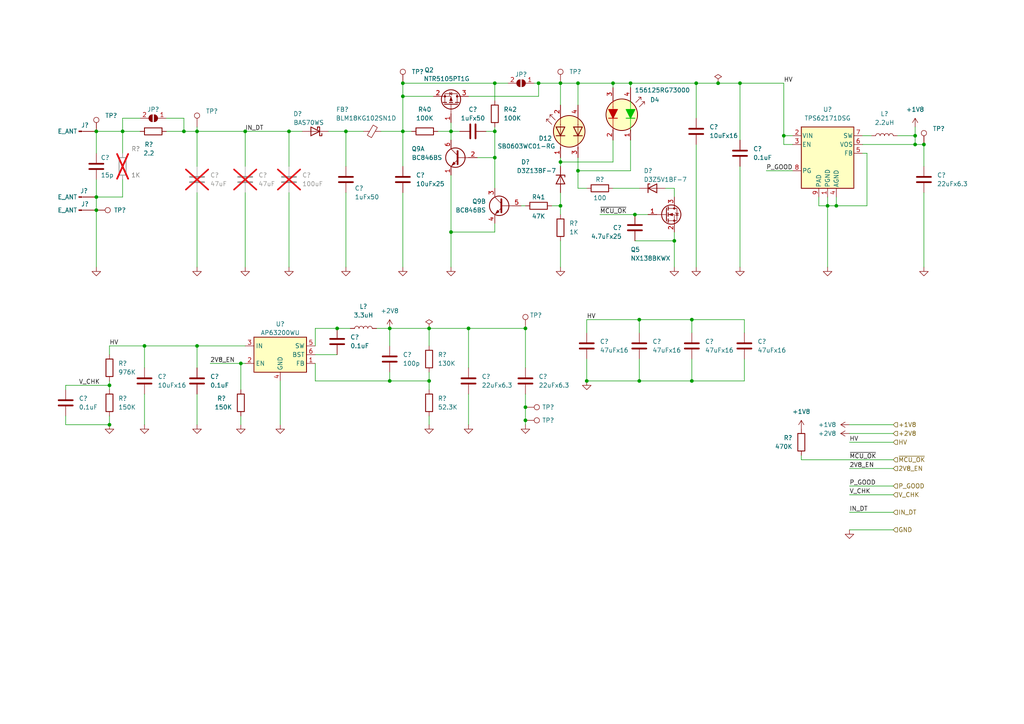
<source format=kicad_sch>
(kicad_sch (version 20231120) (generator "eeschema") (generator_version "8.0")
  (paper "A4")
  (lib_symbols
    (symbol "Connector:Conn_01x01_Male" (pin_numbers hide) (pin_names (offset 1.016) hide)
      (property "Reference" "J" (at 0 2.54 0))
      (property "Value" "Conn_01x01_Male" (at 0 -2.54 0))
      (symbol "Conn_01x01_Male_1_1"
        (pin passive line (at 5.08 0 180) (length 3.81) (name "Pin_1") (number "1"))
      )
    )
    (symbol "Connector:TestPoint" (pin_numbers hide) (pin_names (offset 0.762) hide)
      (property "Reference" "TP" (at 0 6.858 0))
      (property "Value" "TestPoint" (at 0 5.08 0))
      (symbol "TestPoint_1_1"
        (pin passive line (at 0 0 90) (length 2.54) (name "1") (number "1"))
      )
    )
    (symbol "Device:C" (pin_numbers hide) (pin_names (offset 0.254))
      (property "Reference" "C" (at 0.635 2.54 0))
      (property "Value" "C" (at 0.635 -2.54 0))
      (symbol "C_1_1"
        (pin passive line (at 0 3.81 270) (length 2.794) (name "~") (number "1"))
        (pin passive line (at 0 -3.81 90) (length 2.794) (name "~") (number "2"))
      )
    )
    (symbol "Device:D_Schottky" (pin_numbers hide) (pin_names (offset 1.016) hide)
      (property "Reference" "D" (at 0 2.54 0))
      (property "Value" "D_Schottky" (at 0 -2.54 0))
      (symbol "D_Schottky_1_1"
        (pin passive line (at -3.81 0 0) (length 2.54) (name "K") (number "1"))
        (pin passive line (at 3.81 0 180) (length 2.54) (name "A") (number "2"))
      )
    )
    (symbol "Device:D_Zener" (pin_numbers hide) (pin_names (offset 1.016) hide)
      (property "Reference" "D" (at 0 2.54 0))
      (property "Value" "D_Zener" (at 0 -2.54 0))
      (symbol "D_Zener_1_1"
        (pin passive line (at -3.81 0 0) (length 2.54) (name "K") (number "1"))
        (pin passive line (at 3.81 0 180) (length 2.54) (name "A") (number "2"))
      )
    )
    (symbol "Device:FerriteBead_Small" (pin_numbers hide) (pin_names (offset 0))
      (property "Reference" "FB" (at 1.905 1.27 0))
      (property "Value" "FerriteBead_Small" (at 1.905 -1.27 0))
      (symbol "FerriteBead_Small_1_1"
        (pin passive line (at 0 2.54 270) (length 1.27) (name "~") (number "1"))
        (pin passive line (at 0 -2.54 90) (length 1.27) (name "~") (number "2"))
      )
    )
    (symbol "Device:L" (pin_numbers hide) (pin_names (offset 1.016) hide)
      (property "Reference" "L" (at -1.27 0 90))
      (property "Value" "L" (at 1.905 0 90))
      (symbol "L_1_1"
        (pin passive line (at 0 3.81 270) (length 1.27) (name "1") (number "1"))
        (pin passive line (at 0 -3.81 90) (length 1.27) (name "2") (number "2"))
      )
    )
    (symbol "Device:LED_Dual_KAKA" (pin_names (offset 0) hide)
      (property "Reference" "D" (at 0 5.715 0))
      (property "Value" "LED_Dual_KAKA" (at 0 -6.35 0))
      (symbol "LED_Dual_KAKA_1_1"
        (pin input line (at -7.62 2.54 0) (length 3.048) (name "A1") (number "1"))
        (pin input line (at 7.62 2.54 180) (length 3.81) (name "K1") (number "2"))
        (pin input line (at -7.62 -2.54 0) (length 3.048) (name "A2") (number "3"))
        (pin input line (at 7.62 -2.54 180) (length 3.81) (name "K2") (number "4"))
      )
    )
    (symbol "Device:Q_PMOS_GSD" (pin_names (offset 0) hide)
      (property "Reference" "Q" (at 5.08 1.27 0))
      (property "Value" "Q_PMOS_GSD" (at 5.08 -1.27 0))
      (symbol "Q_PMOS_GSD_1_1"
        (pin input line (at -5.08 0 0) (length 2.54) (name "G") (number "1"))
        (pin passive line (at 2.54 -5.08 90) (length 2.54) (name "S") (number "2"))
        (pin passive line (at 2.54 5.08 270) (length 2.54) (name "D") (number "3"))
      )
    )
    (symbol "Device:R" (pin_numbers hide) (pin_names (offset 0))
      (property "Reference" "R" (at 2.032 0 90))
      (property "Value" "R" (at 0 0 90))
      (symbol "R_1_1"
        (pin passive line (at 0 3.81 270) (length 1.27) (name "~") (number "1"))
        (pin passive line (at 0 -3.81 90) (length 1.27) (name "~") (number "2"))
      )
    )
    (symbol "Jumper:SolderJumper_2_Open" (pin_names (offset 0) hide)
      (property "Reference" "JP" (at 0 2.032 0))
      (property "Value" "SolderJumper_2_Open" (at 0 -2.54 0))
      (symbol "SolderJumper_2_Open_1_1"
        (pin passive line (at -3.81 0 0) (length 2.54) (name "A") (number "1"))
        (pin passive line (at 3.81 0 180) (length 2.54) (name "B") (number "2"))
      )
    )
    (symbol "LED_Dual_KAKA_1" (pin_names (offset 0) hide)
      (property "Reference" "D4" (at 5.08 -6.35 90))
      (property "Value" "156125RG73000" (at 2.54 -6.35 90))
      (symbol "LED_Dual_KAKA_1_1_1"
        (pin input line (at -7.62 2.54 0) (length 3.048) (name "K1") (number "1"))
        (pin input line (at -7.62 -2.54 0) (length 3.048) (name "K2") (number "2"))
        (pin input line (at 7.62 -2.54 180) (length 3.81) (name "A2") (number "3"))
        (pin input line (at 7.62 2.54 180) (length 3.81) (name "A1") (number "4"))
      )
    )
    (symbol "Regulator_Switching:AP63201WU"
      (property "Reference" "U" (at -7.62 6.35 0))
      (property "Value" "AP63201WU" (at 2.54 6.35 0))
      (symbol "AP63201WU_1_1"
        (pin input line (at 10.16 -2.54 180) (length 2.54) (name "FB") (number "1"))
        (pin input line (at -10.16 -2.54 0) (length 2.54) (name "EN") (number "2"))
        (pin power_in line (at -10.16 2.54 0) (length 2.54) (name "IN") (number "3"))
        (pin power_in line (at 0 -7.62 90) (length 2.54) (name "GND") (number "4"))
        (pin output line (at 10.16 2.54 180) (length 2.54) (name "SW") (number "5"))
        (pin passive line (at 10.16 0 180) (length 2.54) (name "BST") (number "6"))
      )
    )
    (symbol "Regulator_Switching:TPS62171DSG" (pin_names (offset 0.254))
      (property "Reference" "U" (at -7.62 11.43 0))
      (property "Value" "TPS62171DSG" (at -1.27 11.43 0))
      (symbol "TPS62171DSG_1_1"
        (pin power_in line (at 0 -10.16 90) (length 2.54) (name "PGND") (number "1"))
        (pin power_in line (at -10.16 7.62 0) (length 2.54) (name "VIN") (number "2"))
        (pin input line (at -10.16 5.08 0) (length 2.54) (name "EN") (number "3"))
        (pin power_in line (at 2.54 -10.16 90) (length 2.54) (name "AGND") (number "4"))
        (pin input line (at 10.16 2.54 180) (length 2.54) (name "FB") (number "5"))
        (pin input line (at 10.16 5.08 180) (length 2.54) (name "VOS") (number "6"))
        (pin output line (at 10.16 7.62 180) (length 2.54) (name "SW") (number "7"))
        (pin open_collector line (at -10.16 -2.54 0) (length 2.54) (name "PG") (number "8"))
        (pin power_in line (at -2.54 -10.16 90) (length 2.54) (name "PAD") (number "9"))
      )
    )
    (symbol "Transistor_BJT:BC846BS" (pin_names (offset 0) hide)
      (property "Reference" "Q" (at 5.08 1.27 0))
      (property "Value" "BC846BS" (at 5.08 -1.27 0))
      (symbol "BC846BS_1_1"
        (pin passive line (at 2.54 -5.08 90) (length 2.54) (name "E1") (number "1"))
        (pin input line (at -5.08 0 0) (length 2.54) (name "B1") (number "2"))
        (pin passive line (at 2.54 5.08 270) (length 2.54) (name "C1") (number "6"))
      )
      (symbol "BC846BS_2_1"
        (pin passive line (at 2.54 5.08 270) (length 2.54) (name "C2") (number "3"))
        (pin passive line (at 2.54 -5.08 90) (length 2.54) (name "E2") (number "4"))
        (pin input line (at -5.08 0 0) (length 2.54) (name "B2") (number "5"))
      )
    )
    (symbol "Transistor_FET:2N7002" (pin_names hide)
      (property "Reference" "Q" (at 5.08 1.905 0))
      (property "Value" "2N7002" (at 5.08 0 0))
      (symbol "2N7002_1_1"
        (pin input line (at -5.08 0 0) (length 2.54) (name "G") (number "1"))
        (pin passive line (at 2.54 -5.08 90) (length 2.54) (name "S") (number "2"))
        (pin passive line (at 2.54 5.08 270) (length 2.54) (name "D") (number "3"))
      )
    )
    (symbol "power:+1V8" (power) (pin_names (offset 0))
      (property "Value" "+1V8" (at 0 3.556 0))
      (symbol "+1V8_1_1"
        (pin power_in line (at 0 0 90) (length 0) hide (name "+1V8") (number "1"))
      )
    )
    (symbol "power:+2V8" (power) (pin_names (offset 0))
      (property "Value" "+2V8" (at 0 3.556 0))
      (symbol "+2V8_1_1"
        (pin power_in line (at 0 0 90) (length 0) hide (name "+2V8") (number "1"))
      )
    )
    (symbol "power:GND" (power) (pin_names (offset 0))
      (property "Value" "GND" (at 0 -3.81 0))
      (symbol "GND_1_1"
        (pin power_in line (at 0 0 270) (length 0) hide (name "GND") (number "1"))
      )
    )
    (symbol "power:PWR_FLAG" (power) (pin_numbers hide) (pin_names (offset 0) hide)
      (property "Value" "PWR_FLAG" (at 0 3.81 0))
      (symbol "PWR_FLAG_0_0"
        (pin power_out line (at 0 0 90) (length 0) (name "pwr") (number "1"))
      )
    )
  )
  (junction (at 71.12 38.1))
  (junction (at 143.51 38.1))
  (junction (at 57.15 38.1))
  (junction (at 167.64 24.13))
  (junction (at 240.03 59.69))
  (junction (at 27.94 57.15))
  (junction (at 31.75 111.76))
  (junction (at 116.84 27.94))
  (junction (at 130.81 38.1))
  (junction (at 152.4 118.11))
  (junction (at 31.75 123.19))
  (junction (at 195.58 69.85))
  (junction (at 41.91 100.33))
  (junction (at 214.63 24.13))
  (junction (at 242.57 59.69))
  (junction (at 170.18 110.49))
  (junction (at 201.93 24.13))
  (junction (at 156.21 24.13))
  (junction (at 35.56 38.1))
  (junction (at 162.56 59.69))
  (junction (at 185.42 92.71))
  (junction (at 167.64 49.53))
  (junction (at 265.43 41.91))
  (junction (at 162.56 46.99))
  (junction (at 162.56 24.13))
  (junction (at 57.15 100.33))
  (junction (at 116.84 24.13))
  (junction (at 227.33 39.37))
  (junction (at 124.46 110.49))
  (junction (at 130.81 67.31))
  (junction (at 200.66 110.49))
  (junction (at 152.4 121.92))
  (junction (at 27.94 38.1))
  (junction (at 177.8 24.13))
  (junction (at 152.4 95.25))
  (junction (at 124.46 95.25))
  (junction (at 83.82 38.1))
  (junction (at 267.97 41.91))
  (junction (at 208.28 24.13))
  (junction (at 184.15 62.23))
  (junction (at 27.94 60.96))
  (junction (at 113.03 110.49))
  (junction (at 185.42 110.49))
  (junction (at 113.03 95.25))
  (junction (at 200.66 92.71))
  (junction (at 143.51 24.13))
  (junction (at 135.89 95.25))
  (junction (at 97.79 95.25))
  (junction (at 53.34 38.1))
  (junction (at 69.85 105.41))
  (junction (at 182.88 24.13))
  (junction (at 100.33 38.1))
  (junction (at 265.43 39.37))
  (junction (at 143.51 45.72))
  (junction (at 116.84 38.1))
  (wire (pts (xy 113.03 110.49) (xy 113.03 107.95)))
  (wire (pts (xy 41.91 114.3) (xy 41.91 123.19)))
  (wire (pts (xy 227.33 39.37) (xy 227.33 41.91)))
  (wire (pts (xy 200.66 104.14) (xy 200.66 110.49)))
  (wire (pts (xy 200.66 92.71) (xy 200.66 96.52)))
  (wire (pts (xy 69.85 120.65) (xy 69.85 123.19)))
  (wire (pts (xy 27.94 38.1) (xy 35.56 38.1)))
  (wire (pts (xy 208.28 24.13) (xy 214.63 24.13)))
  (wire (pts (xy 195.58 67.31) (xy 195.58 69.85)))
  (wire (pts (xy 232.41 133.35) (xy 259.08 133.35)))
  (wire (pts (xy 195.58 77.47) (xy 195.58 69.85)))
  (wire (pts (xy 193.04 54.61) (xy 195.58 54.61)))
  (wire (pts (xy 152.4 106.68) (xy 152.4 95.25)))
  (wire (pts (xy 91.44 102.87) (xy 97.79 102.87)))
  (wire (pts (xy 100.33 55.88) (xy 100.33 77.47)))
  (wire (pts (xy 48.26 34.29) (xy 53.34 34.29)))
  (wire (pts (xy 130.81 38.1) (xy 130.81 40.64)))
  (wire (pts (xy 227.33 24.13) (xy 227.33 39.37)))
  (wire (pts (xy 116.84 38.1) (xy 116.84 27.94)))
  (wire (pts (xy 177.8 46.99) (xy 162.56 46.99)))
  (wire (pts (xy 251.46 44.45) (xy 250.19 44.45)))
  (wire (pts (xy 242.57 59.69) (xy 251.46 59.69)))
  (wire (pts (xy 222.25 49.53) (xy 229.87 49.53)))
  (wire (pts (xy 143.51 38.1) (xy 143.51 36.83)))
  (wire (pts (xy 214.63 48.26) (xy 214.63 77.47)))
  (wire (pts (xy 162.56 59.69) (xy 162.56 62.23)))
  (wire (pts (xy 240.03 59.69) (xy 240.03 57.15)))
  (wire (pts (xy 147.32 24.13) (xy 143.51 24.13)))
  (wire (pts (xy 160.02 59.69) (xy 162.56 59.69)))
  (wire (pts (xy 182.88 40.64) (xy 182.88 49.53)))
  (wire (pts (xy 35.56 38.1) (xy 40.64 38.1)))
  (wire (pts (xy 201.93 41.91) (xy 201.93 77.47)))
  (wire (pts (xy 184.15 62.23) (xy 187.96 62.23)))
  (wire (pts (xy 100.33 38.1) (xy 100.33 48.26)))
  (wire (pts (xy 41.91 100.33) (xy 57.15 100.33)))
  (wire (pts (xy 19.05 113.03) (xy 19.05 111.76)))
  (wire (pts (xy 200.66 110.49) (xy 215.9 110.49)))
  (wire (pts (xy 240.03 59.69) (xy 240.03 77.47)))
  (wire (pts (xy 195.58 54.61) (xy 195.58 57.15)))
  (wire (pts (xy 35.56 38.1) (xy 35.56 44.45)))
  (wire (pts (xy 27.94 38.1) (xy 27.94 44.45)))
  (wire (pts (xy 40.64 34.29) (xy 35.56 34.29)))
  (wire (pts (xy 201.93 24.13) (xy 201.93 34.29)))
  (wire (pts (xy 130.81 38.1) (xy 133.35 38.1)))
  (wire (pts (xy 91.44 95.25) (xy 91.44 100.33)))
  (wire (pts (xy 27.94 57.15) (xy 27.94 60.96)))
  (wire (pts (xy 267.97 48.26) (xy 267.97 41.91)))
  (wire (pts (xy 57.15 114.3) (xy 57.15 123.19)))
  (wire (pts (xy 113.03 95.25) (xy 124.46 95.25)))
  (wire (pts (xy 97.79 95.25) (xy 91.44 95.25)))
  (wire (pts (xy 237.49 59.69) (xy 240.03 59.69)))
  (wire (pts (xy 177.8 24.13) (xy 182.88 24.13)))
  (wire (pts (xy 41.91 100.33) (xy 31.75 100.33)))
  (wire (pts (xy 167.64 24.13) (xy 167.64 30.48)))
  (wire (pts (xy 182.88 24.13) (xy 182.88 25.4)))
  (wire (pts (xy 227.33 39.37) (xy 229.87 39.37)))
  (wire (pts (xy 27.94 60.96) (xy 27.94 77.47)))
  (wire (pts (xy 31.75 110.49) (xy 31.75 111.76)))
  (wire (pts (xy 143.51 67.31) (xy 130.81 67.31)))
  (wire (pts (xy 182.88 49.53) (xy 167.64 49.53)))
  (wire (pts (xy 227.33 41.91) (xy 229.87 41.91)))
  (wire (pts (xy 167.64 24.13) (xy 177.8 24.13)))
  (wire (pts (xy 177.8 40.64) (xy 177.8 46.99)))
  (wire (pts (xy 167.64 45.72) (xy 167.64 49.53)))
  (wire (pts (xy 143.51 24.13) (xy 116.84 24.13)))
  (wire (pts (xy 162.56 24.13) (xy 162.56 30.48)))
  (wire (pts (xy 250.19 39.37) (xy 252.73 39.37)))
  (wire (pts (xy 143.51 38.1) (xy 143.51 45.72)))
  (wire (pts (xy 265.43 36.83) (xy 265.43 39.37)))
  (wire (pts (xy 170.18 110.49) (xy 185.42 110.49)))
  (wire (pts (xy 101.6 95.25) (xy 97.79 95.25)))
  (wire (pts (xy 237.49 59.69) (xy 237.49 57.15)))
  (wire (pts (xy 182.88 24.13) (xy 201.93 24.13)))
  (wire (pts (xy 109.22 95.25) (xy 113.03 95.25)))
  (wire (pts (xy 53.34 34.29) (xy 53.34 38.1)))
  (wire (pts (xy 246.38 153.67) (xy 259.08 153.67)))
  (wire (pts (xy 135.89 27.94) (xy 156.21 27.94)))
  (wire (pts (xy 35.56 57.15) (xy 27.94 57.15)))
  (wire (pts (xy 83.82 38.1) (xy 83.82 48.26)))
  (wire (pts (xy 173.99 62.23) (xy 184.15 62.23)))
  (wire (pts (xy 162.56 45.72) (xy 162.56 46.99)))
  (wire (pts (xy 19.05 120.65) (xy 19.05 123.19)))
  (wire (pts (xy 154.94 24.13) (xy 156.21 24.13)))
  (wire (pts (xy 116.84 27.94) (xy 125.73 27.94)))
  (wire (pts (xy 152.4 118.11) (xy 152.4 121.92)))
  (wire (pts (xy 135.89 106.68) (xy 135.89 95.25)))
  (wire (pts (xy 69.85 105.41) (xy 69.85 113.03)))
  (wire (pts (xy 201.93 24.13) (xy 208.28 24.13)))
  (wire (pts (xy 31.75 102.87) (xy 31.75 100.33)))
  (wire (pts (xy 156.21 24.13) (xy 162.56 24.13)))
  (wire (pts (xy 152.4 114.3) (xy 152.4 118.11)))
  (wire (pts (xy 95.25 38.1) (xy 100.33 38.1)))
  (wire (pts (xy 35.56 52.07) (xy 35.56 57.15)))
  (wire (pts (xy 130.81 67.31) (xy 130.81 77.47)))
  (wire (pts (xy 215.9 104.14) (xy 215.9 110.49)))
  (wire (pts (xy 246.38 143.51) (xy 259.08 143.51)))
  (wire (pts (xy 162.56 24.13) (xy 167.64 24.13)))
  (wire (pts (xy 246.38 135.89) (xy 259.08 135.89)))
  (wire (pts (xy 215.9 92.71) (xy 215.9 96.52)))
  (wire (pts (xy 162.56 55.88) (xy 162.56 59.69)))
  (wire (pts (xy 35.56 34.29) (xy 35.56 38.1)))
  (wire (pts (xy 170.18 104.14) (xy 170.18 110.49)))
  (wire (pts (xy 71.12 38.1) (xy 71.12 48.26)))
  (wire (pts (xy 124.46 110.49) (xy 124.46 107.95)))
  (wire (pts (xy 31.75 120.65) (xy 31.75 123.19)))
  (wire (pts (xy 246.38 140.97) (xy 259.08 140.97)))
  (wire (pts (xy 143.51 24.13) (xy 143.51 29.21)))
  (wire (pts (xy 19.05 111.76) (xy 31.75 111.76)))
  (wire (pts (xy 71.12 38.1) (xy 83.82 38.1)))
  (wire (pts (xy 71.12 55.88) (xy 71.12 77.47)))
  (wire (pts (xy 31.75 111.76) (xy 31.75 113.03)))
  (wire (pts (xy 91.44 105.41) (xy 91.44 110.49)))
  (wire (pts (xy 119.38 38.1) (xy 116.84 38.1)))
  (wire (pts (xy 151.13 59.69) (xy 152.4 59.69)))
  (wire (pts (xy 162.56 46.99) (xy 162.56 48.26)))
  (wire (pts (xy 57.15 55.88) (xy 57.15 77.47)))
  (wire (pts (xy 124.46 120.65) (xy 124.46 123.19)))
  (wire (pts (xy 265.43 41.91) (xy 265.43 39.37)))
  (wire (pts (xy 135.89 95.25) (xy 124.46 95.25)))
  (wire (pts (xy 265.43 41.91) (xy 267.97 41.91)))
  (wire (pts (xy 214.63 24.13) (xy 214.63 40.64)))
  (wire (pts (xy 156.21 27.94) (xy 156.21 24.13)))
  (wire (pts (xy 152.4 121.92) (xy 152.4 123.19)))
  (wire (pts (xy 184.15 69.85) (xy 195.58 69.85)))
  (wire (pts (xy 83.82 55.88) (xy 83.82 77.47)))
  (wire (pts (xy 242.57 59.69) (xy 242.57 57.15)))
  (wire (pts (xy 57.15 38.1) (xy 57.15 48.26)))
  (wire (pts (xy 53.34 38.1) (xy 57.15 38.1)))
  (wire (pts (xy 27.94 57.15) (xy 27.94 52.07)))
  (wire (pts (xy 124.46 95.25) (xy 124.46 100.33)))
  (wire (pts (xy 130.81 50.8) (xy 130.81 67.31)))
  (wire (pts (xy 246.38 148.59) (xy 259.08 148.59)))
  (wire (pts (xy 135.89 114.3) (xy 135.89 123.19)))
  (wire (pts (xy 57.15 38.1) (xy 57.15 36.83)))
  (wire (pts (xy 57.15 100.33) (xy 57.15 106.68)))
  (wire (pts (xy 251.46 44.45) (xy 251.46 59.69)))
  (wire (pts (xy 110.49 38.1) (xy 116.84 38.1)))
  (wire (pts (xy 170.18 92.71) (xy 185.42 92.71)))
  (wire (pts (xy 81.28 123.19) (xy 81.28 110.49)))
  (wire (pts (xy 19.05 123.19) (xy 31.75 123.19)))
  (wire (pts (xy 135.89 95.25) (xy 152.4 95.25)))
  (wire (pts (xy 69.85 105.41) (xy 71.12 105.41)))
  (wire (pts (xy 232.41 132.08) (xy 232.41 133.35)))
  (wire (pts (xy 100.33 38.1) (xy 105.41 38.1)))
  (wire (pts (xy 267.97 55.88) (xy 267.97 77.47)))
  (wire (pts (xy 41.91 106.68) (xy 41.91 100.33)))
  (wire (pts (xy 214.63 24.13) (xy 227.33 24.13)))
  (wire (pts (xy 87.63 38.1) (xy 83.82 38.1)))
  (wire (pts (xy 200.66 92.71) (xy 215.9 92.71)))
  (wire (pts (xy 113.03 110.49) (xy 124.46 110.49)))
  (wire (pts (xy 91.44 110.49) (xy 113.03 110.49)))
  (wire (pts (xy 57.15 38.1) (xy 71.12 38.1)))
  (wire (pts (xy 250.19 41.91) (xy 265.43 41.91)))
  (wire (pts (xy 60.96 105.41) (xy 69.85 105.41)))
  (wire (pts (xy 116.84 24.13) (xy 116.84 27.94)))
  (wire (pts (xy 113.03 95.25) (xy 113.03 100.33)))
  (wire (pts (xy 265.43 39.37) (xy 260.35 39.37)))
  (wire (pts (xy 185.42 92.71) (xy 185.42 96.52)))
  (wire (pts (xy 140.97 38.1) (xy 143.51 38.1)))
  (wire (pts (xy 127 38.1) (xy 130.81 38.1)))
  (wire (pts (xy 185.42 104.14) (xy 185.42 110.49)))
  (wire (pts (xy 167.64 54.61) (xy 170.18 54.61)))
  (wire (pts (xy 177.8 24.13) (xy 177.8 25.4)))
  (wire (pts (xy 130.81 35.56) (xy 130.81 38.1)))
  (wire (pts (xy 143.51 67.31) (xy 143.51 64.77)))
  (wire (pts (xy 170.18 96.52) (xy 170.18 92.71)))
  (wire (pts (xy 177.8 54.61) (xy 185.42 54.61)))
  (wire (pts (xy 124.46 113.03) (xy 124.46 110.49)))
  (wire (pts (xy 185.42 110.49) (xy 200.66 110.49)))
  (wire (pts (xy 240.03 59.69) (xy 242.57 59.69)))
  (wire (pts (xy 143.51 54.61) (xy 143.51 45.72)))
  (wire (pts (xy 143.51 45.72) (xy 138.43 45.72)))
  (wire (pts (xy 246.38 125.73) (xy 259.08 125.73)))
  (wire (pts (xy 116.84 38.1) (xy 116.84 48.26)))
  (wire (pts (xy 185.42 92.71) (xy 200.66 92.71)))
  (wire (pts (xy 57.15 100.33) (xy 71.12 100.33)))
  (wire (pts (xy 246.38 128.27) (xy 259.08 128.27)))
  (wire (pts (xy 48.26 38.1) (xy 53.34 38.1)))
  (wire (pts (xy 116.84 55.88) (xy 116.84 77.47)))
  (wire (pts (xy 162.56 69.85) (xy 162.56 77.47)))
  (wire (pts (xy 246.38 123.19) (xy 259.08 123.19)))
  (wire (pts (xy 167.64 49.53) (xy 167.64 54.61)))
  (label "HV" (at 31.75 100.33 0))
  (label "2V8_EN" (at 60.96 105.41 0))
  (label "P_GOOD" (at 222.25 49.53 0))
  (label "HV" (at 170.18 92.71 0))
  (label "~{MCU_OK}" (at 173.99 62.23 0))
  (label "2V8_EN" (at 246.38 135.89 0))
  (label "IN_DT" (at 71.12 38.1 0))
  (label "HV" (at 246.38 128.27 0))
  (label "HV" (at 227.33 24.13 0))
  (label "V_CHK" (at 246.38 143.51 0))
  (label "V_CHK" (at 22.86 111.76 0))
  (label "~{MCU_OK}" (at 246.38 133.35 0))
  (label "IN_DT" (at 246.38 148.59 0))
  (label "P_GOOD" (at 246.38 140.97 0))
  (hierarchical_label "~{MCU_OK}" (shape input) (at 259.08 133.35 0))
  (hierarchical_label "V_CHK" (shape input) (at 259.08 143.51 0))
  (hierarchical_label "P_GOOD" (shape input) (at 259.08 140.97 0))
  (hierarchical_label "HV" (shape input) (at 259.08 128.27 0))
  (hierarchical_label "2V8_EN" (shape input) (at 259.08 135.89 0))
  (hierarchical_label "+2V8" (shape input) (at 259.08 125.73 0))
  (hierarchical_label "IN_DT" (shape input) (at 259.08 148.59 0))
  (hierarchical_label "GND" (shape input) (at 259.08 153.67 0))
  (hierarchical_label "+1V8" (shape input) (at 259.08 123.19 0))
  (symbol (lib_id "Device:R") (at 123.19 38.1 90) (unit 1)
    (property "Reference" "R40" (at 123.19 31.75 90))
    (property "Value" "100K" (at 123.19 34.29 90))
    (property "Footprint" "Resistor_SMD:R_0402_1005Metric" (effects (hide yes)))
    (property "MouserPN" "603-RC0402FR-7D100KL" (effects (hide yes)))
  )
  (symbol (lib_id "Device:C") (at 137.16 38.1 90) (unit 1)
    (property "Reference" "C?" (at 137.16 31.75 90))
    (property "Value" "1uFx50" (at 137.16 34.29 90))
    (property "Footprint" "Capacitor_SMD:C_0402_1005Metric" (effects (hide yes)))
    (property "MouserPN" "81-GRM155R61H105ME5J" (effects (hide yes)))
    (instances (project "Kampela" (path "" (reference "C?") (unit 1))) (project "Kampela_G5" (path "" (reference "C87") (unit 1))))
  )
  (symbol (lib_id "Connector:TestPoint") (at 267.97 41.91 0) (unit 1) (in_bom no)
    (property "Reference" "TP?" (at 270.51 37.3379 0) (effects (justify left)))
    (property "Value" "TestPoint" (effects (hide yes)))
    (property "Footprint" "TestPoint:TestPoint_Pad_D1.0mm" (effects (hide yes)))
    (instances (project "Kampela" (path "" (reference "TP?") (unit 1))) (project "Kampela_G5" (path "" (reference "TP2") (unit 1))))
  )
  (symbol (lib_id "Device:R") (at 35.56 48.26 180) (unit 1) (dnp yes)
    (property "Reference" "R?" (at 39.37 43.18 0))
    (property "Value" "1K" (at 39.37 50.8 0))
    (property "Footprint" "Resistor_SMD:R_0603_1608Metric" (effects (hide yes)))
    (property "MouserPN" "71-CRCW0603-1.0K-E3" (effects (hide yes)))
    (instances (project "Kampela" (path "" (reference "R?") (unit 1))) (project "Kampela_G5" (path "" (reference "R9") (unit 1))))
  )
  (symbol (lib_id "Device:LED_Dual_KAKA") (at 165.1 38.1 90) (unit 1)
    (property "Reference" "D12" (at 156.21 40.132 90) (effects (justify right)))
    (property "Value" "SB0603WC01-RG" (at 144.272 42.418 90) (effects (justify right)))
    (property "Footprint" "MyLib:LED_DUAL_0603" (effects (hide yes)))
    (property "MouserPN" "593-SB0603WC01-RG" (effects (hide yes)))
  )
  (symbol (lib_id "power:GND") (at 69.85 123.19 0) (unit 1)
    (property "Reference" "#PWR?" (effects (hide yes)))
    (property "Value" "GND" (effects (hide yes)))
    (instances (project "Kampela" (path "" (reference "#PWR?") (unit 1))) (project "Kampela_G5" (path "" (reference "#PWR034") (unit 1))))
  )
  (symbol (lib_id "power:GND") (at 240.03 77.47 0) (unit 1)
    (property "Reference" "#PWR?" (effects (hide yes)))
    (property "Value" "GND" (effects (hide yes)))
    (instances (project "Kampela" (path "" (reference "#PWR?") (unit 1))) (project "Kampela_G5" (path "" (reference "#PWR037") (unit 1))))
  )
  (symbol (lib_id "power:GND") (at 27.94 77.47 0) (unit 1)
    (property "Reference" "#PWR?" (effects (hide yes)))
    (property "Value" "GND" (effects (hide yes)))
    (instances (project "Kampela" (path "" (reference "#PWR?") (unit 1))) (project "Kampela_G5" (path "" (reference "#PWR022") (unit 1))))
  )
  (symbol (lib_id "Device:L") (at 105.41 95.25 90) (unit 1)
    (property "Reference" "L?" (at 105.41 88.9 90))
    (property "Value" "3.3uH" (at 105.41 91.44 90))
    (property "Footprint" "Inductor_SMD:L_Wuerth_MAPI-3015" (effects (hide yes)))
    (property "MouserPN" "710-74438335033" (effects (hide yes)))
    (instances (project "Kampela" (path "" (reference "L?") (unit 1))) (project "Kampela_G5" (path "" (reference "L1") (unit 1))))
  )
  (symbol (lib_id "power:GND") (at 71.12 77.47 0) (unit 1)
    (property "Reference" "#PWR?" (effects (hide yes)))
    (property "Value" "GND" (effects (hide yes)))
    (instances (project "Kampela" (path "" (reference "#PWR?") (unit 1))) (project "Kampela_G5" (path "" (reference "#PWR025") (unit 1))))
  )
  (symbol (lib_id "Transistor_BJT:BC846BS") (at 133.35 45.72 0) (mirror y) (unit 1)
    (property "Reference" "Q9" (at 123.19 43.18 0) (effects (justify left)))
    (property "Value" "BC846BS" (at 128.27 45.72 0) (effects (justify left)))
    (property "Footprint" "Package_TO_SOT_SMD:SOT-363_SC-70-6" (effects (hide yes)))
    (property "Datasheet" "https://assets.nexperia.com/documents/data-sheet/BC846BS.pdf" (effects (hide yes)))
    (property "MouserPN" "863-SBC846BDW1T1G" (effects (hide yes)))
  )
  (symbol (lib_id "Device:C") (at 215.9 100.33 180) (unit 1)
    (property "Reference" "C?" (at 219.71 99.0599 0) (effects (justify right)))
    (property "Value" "47uFx16" (at 219.71 101.5999 0) (effects (justify right)))
    (property "Footprint" "Capacitor_SMD:C_1210_3225Metric" (effects (hide yes)))
    (property "MouserPN" "80-C1210C476M4P7210" (effects (hide yes)))
    (instances (project "Kampela" (path "" (reference "C?") (unit 1))) (project "Kampela_G5" (path "" (reference "C64") (unit 1))))
  )
  (symbol (lib_id "Device:C") (at 170.18 100.33 180) (unit 1)
    (property "Reference" "C?" (at 173.99 99.0599 0) (effects (justify right)))
    (property "Value" "47uFx16" (at 173.99 101.5999 0) (effects (justify right)))
    (property "Footprint" "Capacitor_SMD:C_1210_3225Metric" (effects (hide yes)))
    (property "MouserPN" "80-C1210C476M4P7210" (effects (hide yes)))
    (instances (project "Kampela" (path "" (reference "C?") (unit 1))) (project "Kampela_G5" (path "" (reference "C80") (unit 1))))
  )
  (symbol (lib_id "Regulator_Switching:TPS62171DSG") (at 240.03 46.99 0) (unit 1)
    (property "Reference" "U?" (at 240.03 31.75 0))
    (property "Value" "TPS62171DSG" (at 240.03 34.29 0))
    (property "Footprint" "Package_SON:WSON-8-1EP_2x2mm_P0.5mm_EP0.9x1.6mm_ThermalVias" (effects (hide yes)))
    (property "Datasheet" "http://www.ti.com/lit/ds/symlink/tps62170.pdf" (effects (hide yes)))
    (property "MouserPN" "595-TPS62171DSGR" (effects (hide yes)))
    (instances (project "Kampela" (path "" (reference "U?") (unit 1))) (project "Kampela_G5" (path "" (reference "U3") (unit 1))))
  )
  (symbol (lib_id "Device:C") (at 19.05 116.84 0) (unit 1)
    (property "Reference" "C?" (at 22.86 115.5699 0) (effects (justify left)))
    (property "Value" "0.1uF" (at 22.86 118.1099 0) (effects (justify left)))
    (property "Footprint" "Capacitor_SMD:C_0402_1005Metric" (effects (hide yes)))
    (property "MouserPN" "581-KGM05AR71C104KN" (effects (hide yes)))
    (instances (project "Kampela" (path "" (reference "C?") (unit 1))) (project "Kampela_G5" (path "" (reference "C20") (unit 1))))
  )
  (symbol (lib_id "Device:C") (at 185.42 100.33 180) (unit 1)
    (property "Reference" "C?" (at 189.23 99.0599 0) (effects (justify right)))
    (property "Value" "47uFx16" (at 189.23 101.5999 0) (effects (justify right)))
    (property "Footprint" "Capacitor_SMD:C_1210_3225Metric" (effects (hide yes)))
    (property "MouserPN" "80-C1210C476M4P7210" (effects (hide yes)))
    (instances (project "Kampela" (path "" (reference "C?") (unit 1))) (project "Kampela_G5" (path "" (reference "C72") (unit 1))))
  )
  (symbol (lib_id "Device:Q_PMOS_GSD") (at 130.81 30.48 270) (mirror x) (unit 1)
    (property "Reference" "Q2" (at 124.46 20.32 90))
    (property "Value" "NTR5105PT1G" (at 129.54 22.86 90))
    (property "Footprint" "Package_TO_SOT_SMD:SOT-23" (effects (hide yes)))
    (property "MouserPN" "863-NTR5105PT1G" (effects (hide yes)))
    (instances (project "Weather2" (path "" (reference "Q2") (unit 1))) (project "Kampela" (path "" (reference "Q?") (unit 1))) (project "Kampela_G5" (path "" (reference "Q8") (unit 1))))
  )
  (symbol (lib_id "Connector:TestPoint") (at 27.94 60.96 270) (unit 1) (in_bom no)
    (property "Reference" "TP?" (at 33.02 60.9599 90) (effects (justify left)))
    (property "Value" "TestPoint" (effects (hide yes)))
    (property "Footprint" "TestPoint:TestPoint_Pad_D1.0mm" (effects (hide yes)))
    (instances (project "Kampela" (path "" (reference "TP?") (unit 1))) (project "Kampela_G5" (path "" (reference "TP27") (unit 1))))
  )
  (symbol (lib_id "Connector:Conn_01x01_Male") (at 22.86 60.96 0) (unit 1) (in_bom no)
    (property "Reference" "J?" (at 24.638 59.182 0))
    (property "Value" "E_ANT" (at 19.558 60.96 0))
    (property "Footprint" "MyLib:TestPoint_Pad_2.4x3.5mm" (effects (hide yes)))
    (instances (project "Kampela" (path "" (reference "J?") (unit 1))) (project "Kampela_G5" (path "" (reference "J8") (unit 1))))
  )
  (symbol (lib_id "Device:C") (at 113.03 104.14 0) (unit 1)
    (property "Reference" "C?" (at 116.84 102.8699 0) (effects (justify left)))
    (property "Value" "100p" (at 116.84 105.4099 0) (effects (justify left)))
    (property "Footprint" "Capacitor_SMD:C_0402_1005Metric" (effects (hide yes)))
    (property "MouserPN" "187-CL05C101JC51PNC" (effects (hide yes)))
    (instances (project "Kampela" (path "" (reference "C?") (unit 1))) (project "Kampela_G5" (path "" (reference "C27") (unit 1))))
  )
  (symbol (lib_id "power:GND") (at 162.56 77.47 0) (mirror y) (unit 1)
    (property "Reference" "#PWR?" (effects (hide yes)))
    (property "Value" "GND" (effects (hide yes)))
    (instances (project "Kampela" (path "" (reference "#PWR?") (unit 1))) (project "Kampela_G5" (path "" (reference "#PWR041") (unit 1))))
  )
  (symbol (lib_id "Connector:TestPoint") (at 152.4 121.92 270) (unit 1) (in_bom no)
    (property "Reference" "TP?" (at 159.004 121.92 90))
    (property "Value" "TestPoint" (effects (hide yes)))
    (property "Footprint" "TestPoint:TestPoint_Pad_D1.0mm" (effects (hide yes)))
    (instances (project "Kampela" (path "" (reference "TP?") (unit 1))) (project "Kampela_G5" (path "" (reference "TP21") (unit 1))))
  )
  (symbol (lib_id "Device:C") (at 152.4 110.49 180) (unit 1)
    (property "Reference" "C?" (at 156.21 109.2199 0) (effects (justify right)))
    (property "Value" "22uFx6.3" (at 156.21 111.7599 0) (effects (justify right)))
    (property "Footprint" "Capacitor_SMD:C_0603_1608Metric" (effects (hide yes)))
    (property "MouserPN" "581-KAM15CT70J226KT" (effects (hide yes)))
    (instances (project "Kampela" (path "" (reference "C?") (unit 1))) (project "Kampela_G5" (path "" (reference "C31") (unit 1))))
  )
  (symbol (lib_id "Device:C") (at 27.94 48.26 0) (unit 1)
    (property "Reference" "C?" (at 29.21 45.72 0) (effects (justify left)))
    (property "Value" "15p" (at 29.21 50.8 0) (effects (justify left)))
    (property "Footprint" "Capacitor_SMD:C_0603_1608Metric" (effects (hide yes)))
    (property "MouserPN" "581-06035A150KAT2A" (effects (hide yes)))
    (instances (project "Kampela" (path "" (reference "C?") (unit 1))) (project "Kampela_G5" (path "" (reference "C9") (unit 1))))
  )
  (symbol (lib_id "Device:R") (at 162.56 66.04 0) (unit 1)
    (property "Reference" "R?" (at 165.1 64.77 0) (effects (justify left)))
    (property "Value" "1K" (at 165.1 67.31 0) (effects (justify left)))
    (property "Footprint" "Resistor_SMD:R_0402_1005Metric" (effects (hide yes)))
    (property "MouserPN" "603-RC0402FR-071KL" (effects (hide yes)))
    (instances (project "Kampela" (path "" (reference "R?") (unit 1))) (project "Kampela_G5" (path "" (reference "R13") (unit 1))))
  )
  (symbol (lib_id "power:+2V8") (at 113.03 95.25 0) (unit 1)
    (property "Reference" "#PWR?" (effects (hide yes)))
    (property "Value" "+2V8" (at 113.03 90.17 0))
    (instances (project "Kampela" (path "" (reference "#PWR?") (unit 1))) (project "Kampela_G5" (path "" (reference "#PWR038") (unit 1))))
  )
  (symbol (lib_id "Device:R") (at 69.85 116.84 180) (unit 1)
    (property "Reference" "R?" (at 64.262 115.57 0))
    (property "Value" "150K" (at 64.77 118.11 0))
    (property "Footprint" "Resistor_SMD:R_0402_1005Metric" (effects (hide yes)))
    (property "MouserPN" "667-ERJ-2RKF1503X" (effects (hide yes)))
    (instances (project "Kampela" (path "" (reference "R?") (unit 1))) (project "Kampela_G5" (path "" (reference "R14") (unit 1))))
  )
  (symbol (lib_id "Device:C") (at 83.82 52.07 0) (unit 1) (in_bom no) (dnp yes)
    (property "Reference" "C?" (at 87.63 50.7999 0) (effects (justify left)))
    (property "Value" "100uF" (at 87.63 53.3399 0) (effects (justify left)))
    (property "Footprint" "Capacitor_SMD:C_0603_1608Metric" (effects (hide yes)))
    (instances (project "Kampela" (path "" (reference "C?") (unit 1))) (project "Kampela_G5" (path "" (reference "C16") (unit 1))))
  )
  (symbol (lib_id "power:GND") (at 57.15 123.19 0) (unit 1)
    (property "Reference" "#PWR?" (effects (hide yes)))
    (property "Value" "GND" (effects (hide yes)))
    (instances (project "Kampela" (path "" (reference "#PWR?") (unit 1))) (project "Kampela_G5" (path "" (reference "#PWR032") (unit 1))))
  )
  (symbol (lib_id "Jumper:SolderJumper_2_Open") (at 44.45 34.29 180) (unit 1) (in_bom no)
    (property "Reference" "JP?" (at 44.45 31.75 0))
    (property "Value" "SolderJumper_2_Open" (effects (hide yes)))
    (property "Footprint" "MyLib:SolderJumper_0.8.x1mm" (effects (hide yes)))
    (instances (project "Kampela" (path "" (reference "JP?") (unit 1))) (project "Kampela_G5" (path "" (reference "JP1") (unit 1))))
  )
  (symbol (lib_id "Connector:TestPoint") (at 27.94 38.1 0) (unit 1) (in_bom no)
    (property "Reference" "TP?" (at 30.48 33.5279 0) (effects (justify left)))
    (property "Value" "TestPoint" (effects (hide yes)))
    (property "Footprint" "TestPoint:TestPoint_Pad_D1.0mm" (effects (hide yes)))
    (instances (project "Kampela" (path "" (reference "TP?") (unit 1))) (project "Kampela_G5" (path "" (reference "TP26") (unit 1))))
  )
  (symbol (lib_id "Device:D_Schottky") (at 91.44 38.1 180) (unit 1)
    (property "Reference" "D?" (at 87.63 33.02 0) (effects (justify left)))
    (property "Value" "BAS70WS" (at 93.98 35.56 0) (effects (justify left)))
    (property "Footprint" "Diode_SMD:D_SOD-323F" (effects (hide yes)))
    (property "MouserPN" "241-BAS70WS_R1_00001" (effects (hide yes)))
    (instances (project "Kampela" (path "" (reference "D?") (unit 1))) (project "Kampela_G5" (path "" (reference "D6") (unit 1))))
  )
  (symbol (lib_id "Device:R") (at 124.46 116.84 0) (unit 1)
    (property "Reference" "R?" (at 127 115.5699 0) (effects (justify left)))
    (property "Value" "52.3K" (at 127 118.1099 0) (effects (justify left)))
    (property "Footprint" "Resistor_SMD:R_0402_1005Metric" (effects (hide yes)))
    (property "MouserPN" "652-CR0402FX5232GLF" (effects (hide yes)))
    (instances (project "Kampela" (path "" (reference "R?") (unit 1))) (project "Kampela_G5" (path "" (reference "R16") (unit 1))))
  )
  (symbol (lib_id "power:GND") (at 116.84 77.47 0) (unit 1)
    (property "Reference" "#PWR?" (effects (hide yes)))
    (property "Value" "GND" (effects (hide yes)))
    (instances (project "Kampela" (path "" (reference "#PWR?") (unit 1))) (project "Kampela_G5" (path "" (reference "#PWR028") (unit 1))))
  )
  (symbol (lib_id "Device:R") (at 44.45 38.1 90) (unit 1)
    (property "Reference" "R?" (at 43.18 41.91 90))
    (property "Value" "2.2" (at 43.18 44.45 90))
    (property "Footprint" "Resistor_SMD:R_0603_1608Metric" (effects (hide yes)))
    (property "MouserPN" "71-CRCW06032R20FNEA" (effects (hide yes)))
    (instances (project "Kampela" (path "" (reference "R?") (unit 1))) (project "Kampela_G5" (path "" (reference "R10") (unit 1))))
  )
  (symbol (lib_id "Device:C") (at 41.91 110.49 180) (unit 1)
    (property "Reference" "C?" (at 45.72 109.2199 0) (effects (justify right)))
    (property "Value" "10uFx16" (at 45.72 111.7599 0) (effects (justify right)))
    (property "Footprint" "Capacitor_SMD:C_0603_1608Metric" (effects (hide yes)))
    (property "MouserPN" "81-GRM188C81C106MA3D" (effects (hide yes)))
    (instances (project "Kampela" (path "" (reference "C?") (unit 1))) (project "Kampela_G5" (path "" (reference "C22") (unit 1))))
  )
  (symbol (lib_id "power:GND") (at 170.18 110.49 0) (mirror y) (unit 1)
    (property "Reference" "#PWR?" (effects (hide yes)))
    (property "Value" "GND" (effects (hide yes)))
    (instances (project "Kampela" (path "" (reference "#PWR?") (unit 1))) (project "Kampela_G5" (path "" (reference "#PWR0101") (unit 1))))
  )
  (symbol (lib_id "Connector:TestPoint") (at 57.15 36.83 0) (unit 1) (in_bom no)
    (property "Reference" "TP?" (at 59.69 32.2579 0) (effects (justify left)))
    (property "Value" "TestPoint" (effects (hide yes)))
    (property "Footprint" "TestPoint:TestPoint_Pad_D1.0mm" (effects (hide yes)))
    (instances (project "Kampela" (path "" (reference "TP?") (unit 1))) (project "Kampela_G5" (path "" (reference "TP1") (unit 1))))
  )
  (symbol (lib_id "power:PWR_FLAG") (at 124.46 95.25 0) (unit 1)
    (property "Reference" "#FLG04" (effects (hide yes)))
    (property "Value" "PWR_FLAG" (effects (hide yes)))
    (property "Description" "Special symbol for telling ERC where power comes from" (effects (hide yes)))
  )
  (symbol (lib_id "Device:C") (at 57.15 110.49 0) (unit 1)
    (property "Reference" "C?" (at 60.96 109.2199 0) (effects (justify left)))
    (property "Value" "0.1uF" (at 60.96 111.7599 0) (effects (justify left)))
    (property "Footprint" "Capacitor_SMD:C_0402_1005Metric" (effects (hide yes)))
    (property "MouserPN" "581-KGM05AR71C104KN" (effects (hide yes)))
    (instances (project "Kampela" (path "" (reference "C?") (unit 1))) (project "Kampela_G5" (path "" (reference "C23") (unit 1))))
  )
  (symbol (lib_id "Device:R") (at 143.51 33.02 0) (unit 1)
    (property "Reference" "R42" (at 146.05 31.75 0) (effects (justify left)))
    (property "Value" "100K" (at 146.05 34.29 0) (effects (justify left)))
    (property "Footprint" "Resistor_SMD:R_0402_1005Metric" (effects (hide yes)))
    (property "MouserPN" "603-RC0402FR-7D100KL" (effects (hide yes)))
  )
  (symbol (lib_id "Jumper:SolderJumper_2_Open") (at 151.13 24.13 180) (unit 1) (in_bom no)
    (property "Reference" "JP?" (at 151.13 21.59 0))
    (property "Value" "SolderJumper_2_Open" (effects (hide yes)))
    (property "Footprint" "MyLib:SolderJumper_0.8.x1mm" (effects (hide yes)))
    (instances (project "Kampela" (path "" (reference "JP?") (unit 1))) (project "Kampela_G5" (path "" (reference "JP11") (unit 1))))
  )
  (symbol (lib_id "Device:C") (at 116.84 52.07 180) (unit 1)
    (property "Reference" "C?" (at 120.65 50.8 0) (effects (justify right)))
    (property "Value" "10uFx25" (at 120.65 53.34 0) (effects (justify right)))
    (property "Footprint" "Capacitor_SMD:C_0603_1608Metric" (effects (hide yes)))
    (property "MouserPN" "81-GRM188R61E106MA3D" (effects (hide yes)))
    (instances (project "Kampela" (path "" (reference "C?") (unit 1))) (project "Kampela_G5" (path "" (reference "C21") (unit 1))))
  )
  (symbol (lib_id "power:GND") (at 201.93 77.47 0) (unit 1)
    (property "Reference" "#PWR?" (effects (hide yes)))
    (property "Value" "GND" (effects (hide yes)))
    (instances (project "Kampela" (path "" (reference "#PWR?") (unit 1))) (project "Kampela_G5" (path "" (reference "#PWR033") (unit 1))))
  )
  (symbol (lib_id "Device:D_Zener") (at 189.23 54.61 0) (unit 1)
    (property "Reference" "D?" (at 186.69 49.53 0) (effects (justify left)))
    (property "Value" "D3Z5V1BF-7" (at 186.69 52.07 0) (effects (justify left)))
    (property "Footprint" "Diode_SMD:D_SOD-323F" (effects (hide yes)))
    (property "MouserPN" "621-D3Z5V1BF-7" (effects (hide yes)))
    (instances (project "Kampela" (path "" (reference "D?") (unit 1))) (project "Kampela_G5" (path "" (reference "D8") (unit 1))))
  )
  (symbol (lib_id "Device:C") (at 200.66 100.33 180) (unit 1)
    (property "Reference" "C?" (at 204.47 99.0599 0) (effects (justify right)))
    (property "Value" "47uFx16" (at 204.47 101.5999 0) (effects (justify right)))
    (property "Footprint" "Capacitor_SMD:C_1210_3225Metric" (effects (hide yes)))
    (property "MouserPN" "80-C1210C476M4P7210" (effects (hide yes)))
    (instances (project "Kampela" (path "" (reference "C?") (unit 1))) (project "Kampela_G5" (path "" (reference "C73") (unit 1))))
  )
  (symbol (lib_id "Connector:TestPoint") (at 152.4 95.25 0) (unit 1) (in_bom no)
    (property "Reference" "TP?" (at 153.67 91.44 0) (effects (justify left)))
    (property "Value" "TestPoint" (effects (hide yes)))
    (property "Footprint" "TestPoint:TestPoint_Pad_D1.0mm" (effects (hide yes)))
    (instances (project "Kampela" (path "" (reference "TP?") (unit 1))) (project "Kampela_G5" (path "" (reference "TP3") (unit 1))))
  )
  (symbol (lib_id "power:GND") (at 195.58 77.47 0) (unit 1)
    (property "Reference" "#PWR?" (effects (hide yes)))
    (property "Value" "GND" (effects (hide yes)))
    (instances (project "Kampela" (path "" (reference "#PWR?") (unit 1))) (project "Kampela_G5" (path "" (reference "#PWR084") (unit 1))))
  )
  (symbol (lib_id "Device:C") (at 214.63 44.45 0) (unit 1)
    (property "Reference" "C?" (at 218.44 43.1799 0) (effects (justify left)))
    (property "Value" "0.1uF" (at 218.44 45.7199 0) (effects (justify left)))
    (property "Footprint" "Capacitor_SMD:C_0402_1005Metric" (effects (hide yes)))
    (property "MouserPN" "581-KGM05AR71C104KN" (effects (hide yes)))
    (instances (project "Kampela" (path "" (reference "C?") (unit 1))) (project "Kampela_G5" (path "" (reference "C25") (unit 1))))
  )
  (symbol (lib_id "Connector:Conn_01x01_Male") (at 22.86 38.1 0) (mirror x) (unit 1) (in_bom no)
    (property "Reference" "J?" (at 24.638 36.322 0))
    (property "Value" "E_ANT" (at 19.558 38.1 0))
    (property "Footprint" "MyLib:TestPoint_Pad_2.4x3.5mm" (effects (hide yes)))
    (instances (project "Kampela" (path "" (reference "J?") (unit 1))) (project "Kampela_G5" (path "" (reference "J1") (unit 1))))
  )
  (symbol (lib_id "power:+1V8") (at 232.41 124.46 0) (mirror y) (unit 1)
    (property "Reference" "#PWR?" (effects (hide yes)))
    (property "Value" "+1V8" (at 232.41 119.38 0))
    (instances (project "Kampela" (path "" (reference "#PWR?") (unit 1))) (project "Kampela_G5" (path "" (reference "#PWR085") (unit 1))))
  )
  (symbol (lib_id "Device:C") (at 267.97 52.07 180) (unit 1)
    (property "Reference" "C?" (at 271.78 50.7999 0) (effects (justify right)))
    (property "Value" "22uFx6.3" (at 271.78 53.3399 0) (effects (justify right)))
    (property "Footprint" "Capacitor_SMD:C_0603_1608Metric" (effects (hide yes)))
    (property "MouserPN" "581-KAM15CT70J226KT" (effects (hide yes)))
    (instances (project "Kampela" (path "" (reference "C?") (unit 1))) (project "Kampela_G5" (path "" (reference "C30") (unit 1))))
  )
  (symbol (lib_id "Transistor_FET:2N7002") (at 193.04 62.23 0) (unit 1)
    (property "Reference" "Q5" (at 182.88 72.39 0) (effects (justify left)))
    (property "Value" "NX138BKWX" (at 182.88 74.93 0) (effects (justify left)))
    (property "Footprint" "Package_TO_SOT_SMD:SOT-323_SC-70" (effects (hide yes)))
    (property "Datasheet" "https://www.onsemi.com/pub/Collateral/NDS7002A-D.PDF" (effects (hide yes)))
    (property "MouserPN" "771-NX138BKWX" (effects (hide yes)))
  )
  (symbol (lib_id "Device:C") (at 97.79 99.06 0) (unit 1)
    (property "Reference" "C?" (at 101.6 97.7899 0) (effects (justify left)))
    (property "Value" "0.1uF" (at 101.6 100.3299 0) (effects (justify left)))
    (property "Footprint" "Capacitor_SMD:C_0402_1005Metric" (effects (hide yes)))
    (property "MouserPN" "581-KGM05AR71C104KN" (effects (hide yes)))
    (instances (project "Kampela" (path "" (reference "C?") (unit 1))) (project "Kampela_G5" (path "" (reference "C26") (unit 1))))
  )
  (symbol (lib_id "Device:D_Zener") (at 162.56 52.07 270) (unit 1)
    (property "Reference" "D?" (at 151.13 46.99 90) (effects (justify left)))
    (property "Value" "D3Z13BF-7" (at 149.86 49.53 90) (effects (justify left)))
    (property "Footprint" "Diode_SMD:D_SOD-323F" (effects (hide yes)))
    (property "MouserPN" "621-D3Z13BF-7" (effects (hide yes)))
    (instances (project "Kampela" (path "" (reference "D?") (unit 1))) (project "Kampela_G5" (path "" (reference "D5") (unit 1))))
  )
  (symbol (lib_id "Device:R") (at 156.21 59.69 90) (unit 1)
    (property "Reference" "R41" (at 156.21 57.15 90))
    (property "Value" "47K" (at 156.21 62.738 90))
    (property "Footprint" "Resistor_SMD:R_0402_1005Metric" (effects (hide yes)))
    (property "MouserPN" "594-MCS04020C4702FE0" (effects (hide yes)))
  )
  (symbol (lib_id "power:GND") (at 31.75 123.19 0) (unit 1)
    (property "Reference" "#PWR?" (effects (hide yes)))
    (property "Value" "GND" (effects (hide yes)))
    (instances (project "Kampela" (path "" (reference "#PWR?") (unit 1))) (project "Kampela_G5" (path "" (reference "#PWR029") (unit 1))))
  )
  (symbol (lib_id "Device:C") (at 135.89 110.49 180) (unit 1)
    (property "Reference" "C?" (at 139.7 109.2199 0) (effects (justify right)))
    (property "Value" "22uFx6.3" (at 139.7 111.7599 0) (effects (justify right)))
    (property "Footprint" "Capacitor_SMD:C_0603_1608Metric" (effects (hide yes)))
    (property "MouserPN" "581-KAM15CT70J226KT" (effects (hide yes)))
    (instances (project "Kampela" (path "" (reference "C?") (unit 1))) (project "Kampela_G5" (path "" (reference "C29") (unit 1))))
  )
  (symbol (lib_id "Device:C") (at 57.15 52.07 0) (unit 1) (in_bom no) (dnp yes)
    (property "Reference" "C?" (at 60.96 50.7999 0) (effects (justify left)))
    (property "Value" "47uF" (at 60.96 53.3399 0) (effects (justify left)))
    (property "Footprint" "Capacitor_SMD:C_0603_1608Metric" (effects (hide yes)))
    (instances (project "Kampela" (path "" (reference "C?") (unit 1))) (project "Kampela_G5" (path "" (reference "C12") (unit 1))))
  )
  (symbol (lib_id "Device:C") (at 100.33 52.07 0) (unit 1)
    (property "Reference" "C?" (at 102.87 54.61 0) (effects (justify left)))
    (property "Value" "1uFx50" (at 102.87 57.15 0) (effects (justify left)))
    (property "Footprint" "Capacitor_SMD:C_0402_1005Metric" (effects (hide yes)))
    (property "MouserPN" "81-GRM155R61H105ME5J" (effects (hide yes)))
    (instances (project "Kampela" (path "" (reference "C?") (unit 1))) (project "Kampela_G5" (path "" (reference "C86") (unit 1))))
  )
  (symbol (lib_id "Device:R") (at 232.41 128.27 0) (mirror y) (unit 1)
    (property "Reference" "R?" (at 229.87 127 0) (effects (justify left)))
    (property "Value" "470K" (at 229.87 129.54 0) (effects (justify left)))
    (property "Footprint" "Resistor_SMD:R_0402_1005Metric" (effects (hide yes)))
    (property "MouserPN" "603-RC0402FR-7D470KL" (effects (hide yes)))
    (instances (project "Kampela" (path "" (reference "R?") (unit 1))) (project "Kampela_G5" (path "" (reference "R31") (unit 1))))
  )
  (symbol (lib_id "Connector:Conn_01x01_Male") (at 22.86 57.15 0) (unit 1) (in_bom no)
    (property "Reference" "J?" (at 24.384 55.372 0))
    (property "Value" "E_ANT" (at 19.558 57.15 0))
    (property "Footprint" "MyLib:TestPoint_Pad_2.4x3.5mm" (effects (hide yes)))
    (instances (project "Kampela" (path "" (reference "J?") (unit 1))) (project "Kampela_G5" (path "" (reference "J2") (unit 1))))
  )
  (symbol (lib_id "Regulator_Switching:AP63201WU") (at 81.28 102.87 0) (unit 1)
    (property "Reference" "U?" (at 81.28 93.98 0))
    (property "Value" "AP63200WU" (at 81.28 96.52 0))
    (property "Footprint" "Package_TO_SOT_SMD:TSOT-23-6" (effects (hide yes)))
    (property "Datasheet" "https://www.diodes.com/assets/Datasheets/AP63200-AP63201-AP63203-AP63205.pdf" (effects (hide yes)))
    (property "MouserPN" "621-AP63200WU-7" (effects (hide yes)))
    (instances (project "Kampela" (path "" (reference "U?") (unit 1))) (project "Kampela_G5" (path "" (reference "U2") (unit 1))))
  )
  (symbol (lib_id "Device:R") (at 31.75 116.84 0) (unit 1)
    (property "Reference" "R?" (at 34.29 115.5699 0) (effects (justify left)))
    (property "Value" "150K" (at 34.29 118.1099 0) (effects (justify left)))
    (property "Footprint" "Resistor_SMD:R_0402_1005Metric" (effects (hide yes)))
    (property "MouserPN" "667-ERJ-2RKF1503X" (effects (hide yes)))
    (instances (project "Kampela" (path "" (reference "R?") (unit 1))) (project "Kampela_G5" (path "" (reference "R12") (unit 1))))
  )
  (symbol (lib_id "Device:R") (at 31.75 106.68 0) (unit 1)
    (property "Reference" "R?" (at 34.29 105.4099 0) (effects (justify left)))
    (property "Value" "976K" (at 34.29 107.9499 0) (effects (justify left)))
    (property "Footprint" "Resistor_SMD:R_0402_1005Metric" (effects (hide yes)))
    (property "MouserPN" "603-RC0603FR-07976KL" (effects (hide yes)))
    (instances (project "Kampela" (path "" (reference "R?") (unit 1))) (project "Kampela_G5" (path "" (reference "R11") (unit 1))))
  )
  (symbol (lib_id "power:GND") (at 124.46 123.19 0) (unit 1)
    (property "Reference" "#PWR?" (effects (hide yes)))
    (property "Value" "GND" (effects (hide yes)))
    (instances (project "Kampela" (path "" (reference "#PWR?") (unit 1))) (project "Kampela_G5" (path "" (reference "#PWR039") (unit 1))))
  )
  (symbol (lib_id "Device:FerriteBead_Small") (at 107.95 38.1 270) (unit 1)
    (property "Reference" "FB?" (at 99.314 31.75 90))
    (property "Value" "BLM18KG102SN1D" (at 106.172 34.29 90))
    (property "Footprint" "Inductor_SMD:L_0603_1608Metric" (effects (hide yes)))
    (property "MouserPN" "81-BLM18KG102SN1D" (effects (hide yes)))
    (instances (project "Kampela" (path "" (reference "FB?") (unit 1))) (project "Kampela_G5" (path "" (reference "FB2") (unit 1))))
  )
  (symbol (lib_id "Connector:TestPoint") (at 162.56 24.13 0) (unit 1) (in_bom no)
    (property "Reference" "TP?" (at 165.1 20.8279 0) (effects (justify left)))
    (property "Value" "TestPoint" (effects (hide yes)))
    (property "Footprint" "TestPoint:TestPoint_Pad_D1.0mm" (effects (hide yes)))
    (instances (project "Kampela" (path "" (reference "TP?") (unit 1))) (project "Kampela_G5" (path "" (reference "TP6") (unit 1))))
  )
  (symbol (lib_id "Device:R") (at 173.99 54.61 90) (mirror x) (unit 1)
    (property "Reference" "R?" (at 173.99 52.07 90))
    (property "Value" "100" (at 173.99 57.404 90))
    (property "Footprint" "Resistor_SMD:R_0402_1005Metric" (effects (hide yes)))
    (property "MouserPN" "594-MCS04020C1000FE0" (effects (hide yes)))
    (instances (project "Kampela" (path "" (reference "R?") (unit 1))) (project "Kampela_G5" (path "" (reference "R30") (unit 1))))
  )
  (symbol (lib_id "power:GND") (at 57.15 77.47 0) (unit 1)
    (property "Reference" "#PWR?" (effects (hide yes)))
    (property "Value" "GND" (effects (hide yes)))
    (instances (project "Kampela" (path "" (reference "#PWR?") (unit 1))) (project "Kampela_G5" (path "" (reference "#PWR024") (unit 1))))
  )
  (symbol (lib_id "Device:R") (at 124.46 104.14 0) (unit 1)
    (property "Reference" "R?" (at 127 102.8699 0) (effects (justify left)))
    (property "Value" "130K" (at 127 105.4099 0) (effects (justify left)))
    (property "Footprint" "Resistor_SMD:R_0402_1005Metric" (effects (hide yes)))
    (property "MouserPN" "652-CR0402FX-1303GLF" (effects (hide yes)))
    (instances (project "Kampela" (path "" (reference "R?") (unit 1))) (project "Kampela_G5" (path "" (reference "R15") (unit 1))))
  )
  (symbol (lib_id "Connector:TestPoint") (at 116.84 24.13 0) (unit 1) (in_bom no)
    (property "Reference" "TP?" (at 119.38 20.8279 0) (effects (justify left)))
    (property "Value" "TestPoint" (effects (hide yes)))
    (property "Footprint" "TestPoint:TestPoint_Pad_D1.0mm" (effects (hide yes)))
    (instances (project "Kampela" (path "" (reference "TP?") (unit 1))) (project "Kampela_G5" (path "" (reference "TP5") (unit 1))))
  )
  (symbol (lib_id "power:GND") (at 130.81 77.47 0) (unit 1)
    (property "Reference" "#PWR?" (effects (hide yes)))
    (property "Value" "GND" (effects (hide yes)))
    (instances (project "Kampela" (path "" (reference "#PWR?") (unit 1))) (project "Kampela_G5" (path "" (reference "#PWR030") (unit 1))))
  )
  (symbol (lib_id "power:GND") (at 246.38 153.67 0) (unit 1)
    (property "Reference" "#PWR?" (effects (hide yes)))
    (property "Value" "GND" (effects (hide yes)))
    (instances (project "Kampela" (path "" (reference "#PWR?") (unit 1))) (project "Kampela_G5" (path "" (reference "#PWR089") (unit 1))))
  )
  (symbol (lib_id "Device:C") (at 184.15 66.04 180) (unit 1)
    (property "Reference" "C?" (at 180.34 66.04 0) (effects (justify left)))
    (property "Value" "4.7uFx25" (at 180.34 68.58 0) (effects (justify left)))
    (property "Footprint" "Capacitor_SMD:C_0603_1608Metric" (effects (hide yes)))
    (property "MouserPN" "581-06033D475KAT2A" (effects (hide yes)))
    (instances (project "Kampela" (path "" (reference "C?") (unit 1))) (project "Kampela_G5" (path "" (reference "C28") (unit 1))))
  )
  (symbol (lib_id "power:GND") (at 135.89 123.19 0) (unit 1)
    (property "Reference" "#PWR?" (effects (hide yes)))
    (property "Value" "GND" (effects (hide yes)))
    (instances (project "Kampela" (path "" (reference "#PWR?") (unit 1))) (project "Kampela_G5" (path "" (reference "#PWR042") (unit 1))))
  )
  (symbol (lib_id "Connector:TestPoint") (at 152.4 118.11 270) (unit 1) (in_bom no)
    (property "Reference" "TP?" (at 159.004 118.11 90))
    (property "Value" "TestPoint" (effects (hide yes)))
    (property "Footprint" "TestPoint:TestPoint_Pad_D1.0mm" (effects (hide yes)))
    (instances (project "Kampela" (path "" (reference "TP?") (unit 1))) (project "Kampela_G5" (path "" (reference "TP22") (unit 1))))
  )
  (symbol (lib_id "power:PWR_FLAG") (at 208.28 24.13 0) (unit 1)
    (property "Reference" "#FLG03" (effects (hide yes)))
    (property "Value" "PWR_FLAG" (effects (hide yes)))
    (property "Description" "Special symbol for telling ERC where power comes from" (effects (hide yes)))
  )
  (symbol (lib_id "power:GND") (at 100.33 77.47 0) (unit 1)
    (property "Reference" "#PWR?" (effects (hide yes)))
    (property "Value" "GND" (effects (hide yes)))
    (instances (project "Kampela" (path "" (reference "#PWR?") (unit 1))) (project "Kampela_G5" (path "" (reference "#PWR0103") (unit 1))))
  )
  (symbol (lib_id "power:GND") (at 152.4 123.19 0) (unit 1)
    (property "Reference" "#PWR?" (effects (hide yes)))
    (property "Value" "GND" (effects (hide yes)))
    (instances (project "Kampela" (path "" (reference "#PWR?") (unit 1))) (project "Kampela_G5" (path "" (reference "#PWR044") (unit 1))))
  )
  (symbol (lib_id "Transistor_BJT:BC846BS") (at 146.05 59.69 0) (mirror y) (unit 2)
    (property "Reference" "Q9" (at 140.97 58.42 0) (effects (justify left)))
    (property "Value" "BC846BS" (at 140.97 60.96 0) (effects (justify left)))
    (property "Footprint" "Package_TO_SOT_SMD:SOT-363_SC-70-6" (effects (hide yes)))
    (property "Datasheet" "https://assets.nexperia.com/documents/data-sheet/BC846BS.pdf" (effects (hide yes)))
    (property "MouserPN" "863-SBC846BDW1T1G" (effects (hide yes)))
  )
  (symbol (lib_id "power:GND") (at 214.63 77.47 0) (unit 1)
    (property "Reference" "#PWR?" (effects (hide yes)))
    (property "Value" "GND" (effects (hide yes)))
    (instances (project "Kampela" (path "" (reference "#PWR?") (unit 1))) (project "Kampela_G5" (path "" (reference "#PWR035") (unit 1))))
  )
  (symbol (lib_id "Device:C") (at 201.93 38.1 180) (unit 1)
    (property "Reference" "C?" (at 205.74 36.8299 0) (effects (justify right)))
    (property "Value" "10uFx16" (at 205.74 39.3699 0) (effects (justify right)))
    (property "Footprint" "Capacitor_SMD:C_0603_1608Metric" (effects (hide yes)))
    (property "MouserPN" "81-GRM188C81C106MA3D" (effects (hide yes)))
    (instances (project "Kampela" (path "" (reference "C?") (unit 1))) (project "Kampela_G5" (path "" (reference "C24") (unit 1))))
  )
  (symbol (lib_id "Device:L") (at 256.54 39.37 90) (unit 1)
    (property "Reference" "L?" (at 256.54 33.02 90))
    (property "Value" "2.2uH" (at 256.54 35.56 90))
    (property "Footprint" "Inductor_SMD:L_Wuerth_MAPI-3015" (effects (hide yes)))
    (property "MouserPN" "963-NR3015T2R2M" (effects (hide yes)))
    (instances (project "Kampela" (path "" (reference "L?") (unit 1))) (project "Kampela_G5" (path "" (reference "L2") (unit 1))))
  )
  (symbol (lib_id "power:+1V8") (at 265.43 36.83 0) (unit 1)
    (property "Reference" "#PWR?" (effects (hide yes)))
    (property "Value" "+1V8" (at 265.43 31.75 0))
    (instances (project "Kampela" (path "" (reference "#PWR?") (unit 1))) (project "Kampela_G5" (path "" (reference "#PWR040") (unit 1))))
  )
  (symbol (lib_id "power:GND") (at 81.28 123.19 0) (unit 1)
    (property "Reference" "#PWR?" (effects (hide yes)))
    (property "Value" "GND" (effects (hide yes)))
    (instances (project "Kampela" (path "" (reference "#PWR?") (unit 1))) (project "Kampela_G5" (path "" (reference "#PWR036") (unit 1))))
  )
  (symbol (lib_id "power:+1V8") (at 246.38 123.19 90) (unit 1)
    (property "Reference" "#PWR?" (effects (hide yes)))
    (property "Value" "+1V8" (at 242.57 123.19 90) (effects (justify left)))
    (instances (project "Kampela" (path "" (reference "#PWR?") (unit 1))) (project "Kampela_G5" (path "" (reference "#PWR054") (unit 1))))
  )
  (symbol (lib_id "power:GND") (at 267.97 77.47 0) (unit 1)
    (property "Reference" "#PWR?" (effects (hide yes)))
    (property "Value" "GND" (effects (hide yes)))
    (instances (project "Kampela" (path "" (reference "#PWR?") (unit 1))) (project "Kampela_G5" (path "" (reference "#PWR043") (unit 1))))
  )
  (symbol (lib_id "power:GND") (at 83.82 77.47 0) (unit 1)
    (property "Reference" "#PWR?" (effects (hide yes)))
    (property "Value" "GND" (effects (hide yes)))
    (instances (project "Kampela" (path "" (reference "#PWR?") (unit 1))) (project "Kampela_G5" (path "" (reference "#PWR026") (unit 1))))
  )
  (symbol (lib_name "LED_Dual_KAKA_1") (lib_id "Device:LED_Dual_KAKA") (at 180.34 33.02 270) (mirror x) (unit 1)
    (property "Reference" "D4" (at 191.262 28.956 90) (effects (justify right)))
    (property "Value" "156125RG73000" (at 200.152 26.162 90) (effects (justify right)))
    (property "Footprint" "MyLib:SMD4_WL-SBRW-1205_REV-MOUNT_WRE" (effects (hide yes)))
    (property "MouserPN" "710-156125RG73000" (effects (hide yes)))
  )
  (symbol (lib_id "power:GND") (at 41.91 123.19 0) (unit 1)
    (property "Reference" "#PWR?" (effects (hide yes)))
    (property "Value" "GND" (effects (hide yes)))
    (instances (project "Kampela" (path "" (reference "#PWR?") (unit 1))) (project "Kampela_G5" (path "" (reference "#PWR031") (unit 1))))
  )
  (symbol (lib_id "Device:C") (at 71.12 52.07 0) (unit 1) (in_bom no) (dnp yes)
    (property "Reference" "C?" (at 74.93 50.7999 0) (effects (justify left)))
    (property "Value" "47uF" (at 74.93 53.3399 0) (effects (justify left)))
    (property "Footprint" "Capacitor_SMD:C_0603_1608Metric" (effects (hide yes)))
    (instances (project "Kampela" (path "" (reference "C?") (unit 1))) (project "Kampela_G5" (path "" (reference "C14") (unit 1))))
  )
  (symbol (lib_id "power:+2V8") (at 246.38 125.73 90) (unit 1)
    (property "Reference" "#PWR?" (effects (hide yes)))
    (property "Value" "+2V8" (at 242.57 125.73 90) (effects (justify left)))
    (instances (project "Kampela" (path "" (reference "#PWR?") (unit 1))) (project "Kampela_G5" (path "" (reference "#PWR053") (unit 1))))
  )
)
</source>
